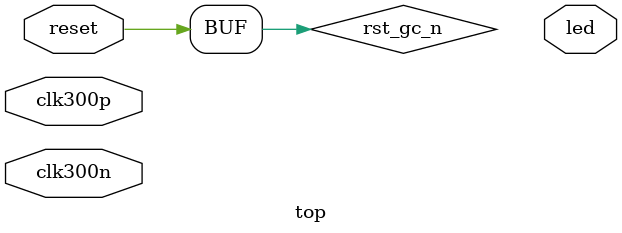
<source format=v>
`timescale 1ns / 1ps


module top(
  //difference clock, 300MHz(default) 
  input           clk300p  ,  //200MHz
  input           clk300n  ,
  //=============  
  output [7:0] led        ,
  //=============
  input            reset     // Active low
    );
localparam CLK_FREQ      = 'd300_000_000;  // The global clock frequency

//parameter BAUDRATE      = 'd115_200    ;
//parameter I2C_SPEED     = 'd100_000    ;
//parameter DEV_ID        = 7'b1010_100  ;
//parameter PCA_ID        = 7'b1110_100  ;

//parameter T = CLK_FREQ/I2C_SPEED;
localparam LED_NUM       = 'd8          ;  // The number of LEDs on board  
//===========sys clock==========
wire sys_clk, sys_clk_bufg;
wire rst_gc_n                      ;
assign rst_gc_n  =  reset    ;
//========================  
IBUFDS IBUFDS_inst_sys_clock(
   .O  (sys_clk   ), // Buffer output
   .I  (clk300p  ), // Diff_p buffer input (connect directly to top-level port)
   .IB (clk300n  ) // Diff_n buffer input (connect directly to top-level port)
);
  
BUFG BUFG_inst_sys_clock (
   .O(sys_clk_bufg), // 1-bit output: Clock output
   .I(sys_clk     )
); 

//==============LED water==============
  Led_Water #(.CLK_FREQ(CLK_FREQ),.LED_NUM(LED_NUM))
  inst_Led_Water (
    .CLK_i   (sys_clk_bufg), //
	.RSTn_i (rst_gc_n       ), //Active low
	.LED_o  (lled               )
	);
endmodule

</source>
